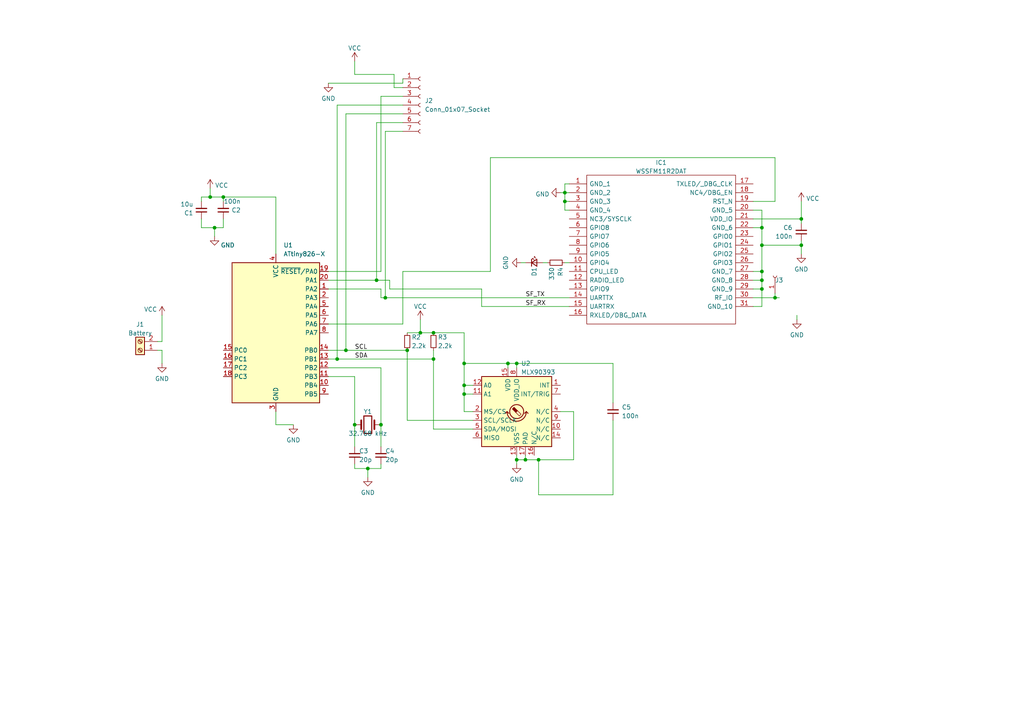
<source format=kicad_sch>
(kicad_sch (version 20230121) (generator eeschema)
  (paper "A4")
  (lib_symbols
    (symbol "Connector:Conn_01x01_Female" (pin_names (offset 1.016) hide)
      (property "Reference" "J" (at 0 2.54 0))
      (property "Value" "Conn_01x01_Female" (at 0 -2.54 0))
      (symbol "Conn_01x01_Female_1_1"
        (polyline (pts (xy -1.27 0) (xy -0.508 0)) (stroke (width 0.1524)))
        (arc (start 0 0.508) (mid -0.5058 0) (end 0 -0.508) (stroke (width 0.1524)))
        (pin passive line (at -5.08 0 0) (length 3.81) (name "Pin_1") (number "1"))
      )
    )
    (symbol "Connector:Conn_01x07_Socket" (pin_names (offset 1.016) hide)
      (property "Reference" "J" (at 0 10.16 0))
      (property "Value" "Conn_01x07_Socket" (at 0 -10.16 0))
      (symbol "Conn_01x07_Socket_1_1"
        (arc (start 0 -7.112) (mid -0.5058 -7.62) (end 0 -8.128) (stroke (width 0.1524)))
        (arc (start 0 -4.572) (mid -0.5058 -5.08) (end 0 -5.588) (stroke (width 0.1524)))
        (arc (start 0 -2.032) (mid -0.5058 -2.54) (end 0 -3.048) (stroke (width 0.1524)))
        (polyline (pts (xy -1.27 -7.62) (xy -0.508 -7.62)) (stroke (width 0.1524)))
        (polyline (pts (xy -1.27 -5.08) (xy -0.508 -5.08)) (stroke (width 0.1524)))
        (polyline (pts (xy -1.27 -2.54) (xy -0.508 -2.54)) (stroke (width 0.1524)))
        (polyline (pts (xy -1.27 0) (xy -0.508 0)) (stroke (width 0.1524)))
        (polyline (pts (xy -1.27 2.54) (xy -0.508 2.54)) (stroke (width 0.1524)))
        (polyline (pts (xy -1.27 5.08) (xy -0.508 5.08)) (stroke (width 0.1524)))
        (polyline (pts (xy -1.27 7.62) (xy -0.508 7.62)) (stroke (width 0.1524)))
        (arc (start 0 0.508) (mid -0.5058 0) (end 0 -0.508) (stroke (width 0.1524)))
        (arc (start 0 3.048) (mid -0.5058 2.54) (end 0 2.032) (stroke (width 0.1524)))
        (arc (start 0 5.588) (mid -0.5058 5.08) (end 0 4.572) (stroke (width 0.1524)))
        (arc (start 0 8.128) (mid -0.5058 7.62) (end 0 7.112) (stroke (width 0.1524)))
        (pin passive line (at -5.08 7.62 0) (length 3.81) (name "Pin_1") (number "1"))
        (pin passive line (at -5.08 5.08 0) (length 3.81) (name "Pin_2") (number "2"))
        (pin passive line (at -5.08 2.54 0) (length 3.81) (name "Pin_3") (number "3"))
        (pin passive line (at -5.08 0 0) (length 3.81) (name "Pin_4") (number "4"))
        (pin passive line (at -5.08 -2.54 0) (length 3.81) (name "Pin_5") (number "5"))
        (pin passive line (at -5.08 -5.08 0) (length 3.81) (name "Pin_6") (number "6"))
        (pin passive line (at -5.08 -7.62 0) (length 3.81) (name "Pin_7") (number "7"))
      )
    )
    (symbol "Connector:Screw_Terminal_01x02" (pin_names (offset 1.016) hide)
      (property "Reference" "J" (at 0 2.54 0))
      (property "Value" "Screw_Terminal_01x02" (at 0 -5.08 0))
      (symbol "Screw_Terminal_01x02_1_1"
        (rectangle (start -1.27 1.27) (end 1.27 -3.81) (stroke (width 0.254)) (fill (type background)))
        (circle (center 0 -2.54) (radius 0.635) (stroke (width 0.1524)))
        (polyline (pts (xy -0.5334 -2.2098) (xy 0.3302 -3.048)) (stroke (width 0.1524)))
        (polyline (pts (xy -0.5334 0.3302) (xy 0.3302 -0.508)) (stroke (width 0.1524)))
        (polyline (pts (xy -0.3556 -2.032) (xy 0.508 -2.8702)) (stroke (width 0.1524)))
        (polyline (pts (xy -0.3556 0.508) (xy 0.508 -0.3302)) (stroke (width 0.1524)))
        (circle (center 0 0) (radius 0.635) (stroke (width 0.1524)))
        (pin passive line (at -5.08 0 0) (length 3.81) (name "Pin_1") (number "1"))
        (pin passive line (at -5.08 -2.54 0) (length 3.81) (name "Pin_2") (number "2"))
      )
    )
    (symbol "Device:C_Small" (pin_numbers hide) (pin_names (offset 0.254) hide)
      (property "Reference" "C" (at 0.254 1.778 0))
      (property "Value" "C_Small" (at 0.254 -2.032 0))
      (symbol "C_Small_0_1"
        (polyline (pts (xy -1.524 -0.508) (xy 1.524 -0.508)) (stroke (width 0.3302)))
        (polyline (pts (xy -1.524 0.508) (xy 1.524 0.508)) (stroke (width 0.3048)))
      )
      (symbol "C_Small_1_1"
        (pin passive line (at 0 2.54 270) (length 2.032) (name "~") (number "1"))
        (pin passive line (at 0 -2.54 90) (length 2.032) (name "~") (number "2"))
      )
    )
    (symbol "Device:Crystal" (pin_numbers hide) (pin_names (offset 1.016) hide)
      (property "Reference" "Y" (at 0 3.81 0))
      (property "Value" "Crystal" (at 0 -3.81 0))
      (symbol "Crystal_0_1"
        (rectangle (start -1.143 2.54) (end 1.143 -2.54) (stroke (width 0.3048)))
        (polyline (pts (xy -2.54 0) (xy -1.905 0)))
        (polyline (pts (xy -1.905 -1.27) (xy -1.905 1.27)) (stroke (width 0.508)))
        (polyline (pts (xy 1.905 -1.27) (xy 1.905 1.27)) (stroke (width 0.508)))
        (polyline (pts (xy 2.54 0) (xy 1.905 0)))
      )
      (symbol "Crystal_1_1"
        (pin passive line (at -3.81 0 0) (length 1.27) (name "1") (number "1"))
        (pin passive line (at 3.81 0 180) (length 1.27) (name "2") (number "2"))
      )
    )
    (symbol "Device:LED_Small" (pin_numbers hide) (pin_names (offset 0.254) hide)
      (property "Reference" "D" (at -1.27 3.175 0))
      (property "Value" "LED_Small" (at -4.445 -2.54 0))
      (symbol "LED_Small_0_1"
        (polyline (pts (xy -0.762 -1.016) (xy -0.762 1.016)) (stroke (width 0.254)))
        (polyline (pts (xy 1.016 0) (xy -0.762 0)))
        (polyline (pts (xy 0.762 -1.016) (xy -0.762 0) (xy 0.762 1.016) (xy 0.762 -1.016)) (stroke (width 0.254)))
        (polyline (pts (xy 0 0.762) (xy -0.508 1.27) (xy -0.254 1.27) (xy -0.508 1.27) (xy -0.508 1.016)))
        (polyline (pts (xy 0.508 1.27) (xy 0 1.778) (xy 0.254 1.778) (xy 0 1.778) (xy 0 1.524)))
      )
      (symbol "LED_Small_1_1"
        (pin passive line (at -2.54 0 0) (length 1.778) (name "K") (number "1"))
        (pin passive line (at 2.54 0 180) (length 1.778) (name "A") (number "2"))
      )
    )
    (symbol "Device:R_Small" (pin_numbers hide) (pin_names (offset 0.254) hide)
      (property "Reference" "R" (at 0.762 0.508 0))
      (property "Value" "R_Small" (at 0.762 -1.016 0))
      (symbol "R_Small_0_1"
        (rectangle (start -0.762 1.778) (end 0.762 -1.778) (stroke (width 0.2032)))
      )
      (symbol "R_Small_1_1"
        (pin passive line (at 0 2.54 270) (length 0.762) (name "~") (number "1"))
        (pin passive line (at 0 -2.54 90) (length 0.762) (name "~") (number "2"))
      )
    )
    (symbol "MCU_Microchip_ATtiny:ATtiny826-M"
      (property "Reference" "U" (at -12.7 21.59 0))
      (property "Value" "ATtiny826-M" (at 2.54 -21.59 0))
      (symbol "ATtiny826-M_0_1"
        (rectangle (start -12.7 -20.32) (end 12.7 20.32) (stroke (width 0.254)) (fill (type background)))
      )
      (symbol "ATtiny826-M_1_1"
        (pin bidirectional line (at 15.24 12.7 180) (length 2.54) (name "PA2") (number "1"))
        (pin bidirectional line (at 15.24 -15.24 180) (length 2.54) (name "PB4") (number "10"))
        (pin bidirectional line (at 15.24 -12.7 180) (length 2.54) (name "PB3") (number "11"))
        (pin bidirectional line (at 15.24 -10.16 180) (length 2.54) (name "PB2") (number "12"))
        (pin bidirectional line (at 15.24 -7.62 180) (length 2.54) (name "PB1") (number "13"))
        (pin bidirectional line (at 15.24 -5.08 180) (length 2.54) (name "PB0") (number "14"))
        (pin bidirectional line (at -15.24 -5.08 0) (length 2.54) (name "PC0") (number "15"))
        (pin bidirectional line (at -15.24 -7.62 0) (length 2.54) (name "PC1") (number "16"))
        (pin bidirectional line (at -15.24 -10.16 0) (length 2.54) (name "PC2") (number "17"))
        (pin bidirectional line (at -15.24 -12.7 0) (length 2.54) (name "PC3") (number "18"))
        (pin bidirectional line (at 15.24 17.78 180) (length 2.54) (name "~{RESET}/PA0") (number "19"))
        (pin bidirectional line (at 15.24 10.16 180) (length 2.54) (name "PA3") (number "2"))
        (pin bidirectional line (at 15.24 15.24 180) (length 2.54) (name "PA1") (number "20"))
        (pin passive line (at 0 -22.86 90) (length 2.54) hide (name "GND") (number "21"))
        (pin power_in line (at 0 -22.86 90) (length 2.54) (name "GND") (number "3"))
        (pin power_in line (at 0 22.86 270) (length 2.54) (name "VCC") (number "4"))
        (pin bidirectional line (at 15.24 7.62 180) (length 2.54) (name "PA4") (number "5"))
        (pin bidirectional line (at 15.24 5.08 180) (length 2.54) (name "PA5") (number "6"))
        (pin bidirectional line (at 15.24 2.54 180) (length 2.54) (name "PA6") (number "7"))
        (pin bidirectional line (at 15.24 0 180) (length 2.54) (name "PA7") (number "8"))
        (pin bidirectional line (at 15.24 -17.78 180) (length 2.54) (name "PB5") (number "9"))
      )
    )
    (symbol "Sensor_Magnetic:MA730"
      (property "Reference" "U1" (at 2.0194 15.24 0))
      (property "Value" "MLX90393" (at 2.0194 12.7 0))
      (symbol "MA730_0_1"
        (rectangle (start -10.16 10.16) (end 10.16 -10.16) (stroke (width 0.254)) (fill (type background)))
        (arc (start -2.794 0) (mid 0 -2.7819) (end 2.794 0) (stroke (width 0.254)))
        (polyline (pts (xy -2.794 0) (xy -3.302 -0.508)) (stroke (width 0.254)))
        (polyline (pts (xy -2.794 0) (xy -2.286 -0.508)) (stroke (width 0.254)))
        (polyline (pts (xy 2.794 0) (xy 2.286 -0.508)) (stroke (width 0.254)))
        (polyline (pts (xy 2.794 0) (xy 3.302 -0.508)) (stroke (width 0.254)))
      )
      (symbol "MA730_1_1"
        (polyline (pts (xy 0.254 0.254) (xy 1.27 -0.762) (xy 0.762 -1.27) (xy -0.254 -0.254)))
        (polyline (pts (xy -0.762 1.27) (xy 0.254 0.254) (xy -0.254 -0.254) (xy -1.27 0.762) (xy -1.016 1.016) (xy -0.762 1.27) (xy -0.635 1.143)) (fill (type outline)))
        (circle (center 0 0) (radius 2.032) (stroke (width 0.254)))
        (pin output line (at 12.7 7.62 180) (length 2.54) (name "INT") (number "1"))
        (pin passive line (at 12.7 -5.08 180) (length 2.54) (name "N/C") (number "10"))
        (pin input line (at -12.7 5.08 0) (length 2.54) (name "A1") (number "11"))
        (pin input line (at -12.7 7.62 0) (length 2.54) (name "A0") (number "12"))
        (pin power_in line (at 0 -12.7 90) (length 2.54) (name "VSS") (number "13"))
        (pin passive line (at 12.7 -7.62 180) (length 2.54) (name "N/C") (number "14"))
        (pin power_in line (at -2.54 12.7 270) (length 2.54) (name "VDD") (number "15"))
        (pin passive line (at 5.08 -12.7 90) (length 2.54) (name "N/C") (number "16"))
        (pin passive line (at 2.54 -12.7 90) (length 2.54) (name "PAD") (number "17"))
        (pin input line (at -12.7 0 0) (length 2.54) (name "MS/CS") (number "2"))
        (pin input line (at -12.7 -2.54 0) (length 2.54) (name "SCL/SCLK") (number "3"))
        (pin passive line (at 12.7 0 180) (length 2.54) (name "N/C") (number "4"))
        (pin bidirectional line (at -12.7 -5.08 0) (length 2.54) (name "SDA/MOSI") (number "5"))
        (pin output line (at -12.7 -7.62 0) (length 2.54) (name "MISO") (number "6"))
        (pin bidirectional line (at 12.7 5.08 180) (length 2.54) (name "INT/TRIG") (number "7"))
        (pin power_in line (at 0 12.7 270) (length 2.54) (name "VDD_IO") (number "8"))
        (pin passive line (at 12.7 -2.54 180) (length 2.54) (name "N/C") (number "9"))
      )
    )
    (symbol "WSSFM11R2DAT:WSSFM11R2DAT" (pin_names (offset 0.762))
      (property "Reference" "IC" (at 49.53 7.62 0))
      (property "Value" "WSSFM11R2DAT" (at 49.53 5.08 0))
      (symbol "WSSFM11R2DAT_0_0"
        (pin passive line (at 0 0 0) (length 5.08) (name "GND_1") (number "1"))
        (pin passive line (at 0 -22.86 0) (length 5.08) (name "GPIO4") (number "10"))
        (pin passive line (at 0 -25.4 0) (length 5.08) (name "CPU_LED") (number "11"))
        (pin passive line (at 0 -27.94 0) (length 5.08) (name "RADIO_LED") (number "12"))
        (pin passive line (at 0 -30.48 0) (length 5.08) (name "GPIO9") (number "13"))
        (pin passive line (at 0 -33.02 0) (length 5.08) (name "UARTTX") (number "14"))
        (pin passive line (at 0 -35.56 0) (length 5.08) (name "UARTRX") (number "15"))
        (pin passive line (at 0 -38.1 0) (length 5.08) (name "RXLED/DBG_DATA") (number "16"))
        (pin passive line (at 53.34 0 180) (length 5.08) (name "TXLED/_DBG_CLK") (number "17"))
        (pin passive line (at 53.34 -2.54 180) (length 5.08) (name "NC4/DBG_EN") (number "18"))
        (pin passive line (at 53.34 -5.08 180) (length 5.08) (name "RST_N") (number "19"))
        (pin passive line (at 0 -2.54 0) (length 5.08) (name "GND_2") (number "2"))
        (pin passive line (at 53.34 -7.62 180) (length 5.08) (name "GND_5") (number "20"))
        (pin passive line (at 53.34 -10.16 180) (length 5.08) (name "VDD_IO") (number "21"))
        (pin passive line (at 53.34 -12.7 180) (length 5.08) (name "GND_6") (number "22"))
        (pin passive line (at 53.34 -15.24 180) (length 5.08) (name "GPIO0") (number "23"))
        (pin passive line (at 53.34 -17.78 180) (length 5.08) (name "GPIO1") (number "24"))
        (pin passive line (at 53.34 -20.32 180) (length 5.08) (name "GPIO2") (number "25"))
        (pin passive line (at 53.34 -22.86 180) (length 5.08) (name "GPIO3") (number "26"))
        (pin passive line (at 53.34 -25.4 180) (length 5.08) (name "GND_7") (number "27"))
        (pin passive line (at 53.34 -27.94 180) (length 5.08) (name "GND_8") (number "28"))
        (pin passive line (at 53.34 -30.48 180) (length 5.08) (name "GND_9") (number "29"))
        (pin passive line (at 0 -5.08 0) (length 5.08) (name "GND_3") (number "3"))
        (pin passive line (at 53.34 -33.02 180) (length 5.08) (name "RF_IO") (number "30"))
        (pin passive line (at 53.34 -35.56 180) (length 5.08) (name "GND_10") (number "31"))
        (pin passive line (at 0 -7.62 0) (length 5.08) (name "GND_4") (number "4"))
        (pin passive line (at 0 -10.16 0) (length 5.08) (name "NC3/SYSCLK") (number "5"))
        (pin passive line (at 0 -12.7 0) (length 5.08) (name "GPIO8") (number "6"))
        (pin passive line (at 0 -15.24 0) (length 5.08) (name "GPIO7") (number "7"))
        (pin passive line (at 0 -17.78 0) (length 5.08) (name "GPIO6") (number "8"))
        (pin passive line (at 0 -20.32 0) (length 5.08) (name "GPIO5") (number "9"))
      )
      (symbol "WSSFM11R2DAT_0_1"
        (polyline (pts (xy 5.08 2.54) (xy 48.26 2.54) (xy 48.26 -40.64) (xy 5.08 -40.64) (xy 5.08 2.54)) (stroke (width 0.1524)))
      )
    )
    (symbol "power:GND" (power) (pin_names (offset 0))
      (property "Value" "GND" (at 0 -3.81 0))
      (symbol "GND_0_1"
        (polyline (pts (xy 0 0) (xy 0 -1.27) (xy 1.27 -1.27) (xy 0 -2.54) (xy -1.27 -1.27) (xy 0 -1.27)))
      )
      (symbol "GND_1_1"
        (pin power_in line (at 0 0 270) (length 0) hide (name "GND") (number "1"))
      )
    )
    (symbol "power:VCC" (power) (pin_names (offset 0))
      (property "Value" "VCC" (at 0 3.81 0))
      (symbol "VCC_0_1"
        (polyline (pts (xy -0.762 1.27) (xy 0 2.54)))
        (polyline (pts (xy 0 0) (xy 0 2.54)))
        (polyline (pts (xy 0 2.54) (xy 0.762 1.27)))
      )
      (symbol "VCC_1_1"
        (pin power_in line (at 0 0 90) (length 0) hide (name "VCC") (number "1"))
      )
    )
  )
  (junction (at 110.49 123.19))
  (junction (at 125.73 96.52))
  (junction (at 64.77 57.15))
  (junction (at 149.86 105.41))
  (junction (at 220.98 78.74))
  (junction (at 60.96 57.15))
  (junction (at 134.62 111.76))
  (junction (at 109.22 81.28))
  (junction (at 147.32 105.41))
  (junction (at 163.83 58.42))
  (junction (at 121.92 96.52))
  (junction (at 220.98 66.04))
  (junction (at 224.79 86.36))
  (junction (at 100.33 101.6))
  (junction (at 111.76 86.36))
  (junction (at 102.87 123.19))
  (junction (at 156.21 133.35))
  (junction (at 125.73 104.14))
  (junction (at 163.83 55.88))
  (junction (at 220.98 71.12))
  (junction (at 232.41 71.12))
  (junction (at 134.62 114.3))
  (junction (at 62.23 66.04))
  (junction (at 134.62 105.41))
  (junction (at 97.79 104.14))
  (junction (at 118.11 101.6))
  (junction (at 106.68 135.89))
  (junction (at 149.86 133.35))
  (junction (at 232.41 63.5))
  (junction (at 152.4 133.35))
  (junction (at 220.98 83.82))
  (junction (at 220.98 81.28))
  (wire (pts (xy 116.84 78.74) (xy 142.24 78.74)))
  (wire (pts (xy 121.92 96.52) (xy 125.73 96.52)))
  (wire (pts (xy 111.76 38.1) (xy 111.76 86.36)))
  (wire (pts (xy 220.98 78.74) (xy 220.98 81.28)))
  (wire (pts (xy 46.99 91.44) (xy 46.99 99.06)))
  (wire (pts (xy 218.44 81.28) (xy 220.98 81.28)))
  (wire (pts (xy 165.1 88.9) (xy 139.7 88.9)))
  (wire (pts (xy 109.22 35.56) (xy 109.22 81.28)))
  (wire (pts (xy 95.25 83.82) (xy 110.49 83.82)))
  (wire (pts (xy 109.22 35.56) (xy 116.84 35.56)))
  (wire (pts (xy 121.92 92.71) (xy 121.92 96.52)))
  (wire (pts (xy 218.44 60.96) (xy 220.98 60.96)))
  (wire (pts (xy 60.96 57.15) (xy 58.42 57.15)))
  (wire (pts (xy 125.73 124.46) (xy 137.16 124.46)))
  (wire (pts (xy 220.98 60.96) (xy 220.98 66.04)))
  (wire (pts (xy 162.56 55.88) (xy 163.83 55.88)))
  (wire (pts (xy 106.68 135.89) (xy 106.68 138.43)))
  (wire (pts (xy 220.98 71.12) (xy 232.41 71.12)))
  (wire (pts (xy 80.01 57.15) (xy 64.77 57.15)))
  (wire (pts (xy 102.87 135.89) (xy 106.68 135.89)))
  (wire (pts (xy 220.98 88.9) (xy 220.98 83.82)))
  (wire (pts (xy 166.37 119.38) (xy 166.37 133.35)))
  (wire (pts (xy 142.24 45.72) (xy 224.79 45.72)))
  (wire (pts (xy 80.01 73.66) (xy 80.01 57.15)))
  (wire (pts (xy 45.72 101.6) (xy 46.99 101.6)))
  (wire (pts (xy 218.44 86.36) (xy 224.79 86.36)))
  (wire (pts (xy 151.13 76.2) (xy 152.4 76.2)))
  (wire (pts (xy 60.96 54.61) (xy 60.96 57.15)))
  (wire (pts (xy 116.84 24.13) (xy 116.84 22.86)))
  (wire (pts (xy 232.41 63.5) (xy 232.41 64.77)))
  (wire (pts (xy 177.8 116.84) (xy 177.8 105.41)))
  (wire (pts (xy 156.21 143.51) (xy 156.21 133.35)))
  (wire (pts (xy 102.87 123.19) (xy 102.87 109.22)))
  (wire (pts (xy 64.77 57.15) (xy 60.96 57.15)))
  (wire (pts (xy 134.62 105.41) (xy 134.62 96.52)))
  (wire (pts (xy 177.8 105.41) (xy 149.86 105.41)))
  (wire (pts (xy 137.16 119.38) (xy 134.62 119.38)))
  (wire (pts (xy 139.7 88.9) (xy 139.7 83.82)))
  (wire (pts (xy 97.79 30.48) (xy 116.84 30.48)))
  (wire (pts (xy 177.8 121.92) (xy 177.8 143.51)))
  (wire (pts (xy 116.84 93.98) (xy 116.84 78.74)))
  (wire (pts (xy 220.98 66.04) (xy 220.98 71.12)))
  (wire (pts (xy 163.83 58.42) (xy 165.1 58.42)))
  (wire (pts (xy 163.83 60.96) (xy 163.83 58.42)))
  (wire (pts (xy 113.03 83.82) (xy 139.7 83.82)))
  (wire (pts (xy 152.4 133.35) (xy 149.86 133.35)))
  (wire (pts (xy 147.32 105.41) (xy 149.86 105.41)))
  (wire (pts (xy 177.8 143.51) (xy 156.21 143.51)))
  (wire (pts (xy 163.83 55.88) (xy 165.1 55.88)))
  (wire (pts (xy 142.24 78.74) (xy 142.24 45.72)))
  (wire (pts (xy 152.4 132.08) (xy 152.4 133.35)))
  (wire (pts (xy 149.86 133.35) (xy 149.86 134.62)))
  (wire (pts (xy 95.25 81.28) (xy 109.22 81.28)))
  (wire (pts (xy 152.4 133.35) (xy 156.21 133.35)))
  (wire (pts (xy 111.76 86.36) (xy 165.1 86.36)))
  (wire (pts (xy 224.79 86.36) (xy 224.79 85.09)))
  (wire (pts (xy 110.49 27.94) (xy 110.49 78.74)))
  (wire (pts (xy 58.42 63.5) (xy 58.42 66.04)))
  (wire (pts (xy 100.33 33.02) (xy 116.84 33.02)))
  (wire (pts (xy 134.62 96.52) (xy 125.73 96.52)))
  (wire (pts (xy 220.98 66.04) (xy 218.44 66.04)))
  (wire (pts (xy 118.11 96.52) (xy 121.92 96.52)))
  (wire (pts (xy 95.25 24.13) (xy 116.84 24.13)))
  (wire (pts (xy 218.44 78.74) (xy 220.98 78.74)))
  (wire (pts (xy 232.41 71.12) (xy 232.41 73.66)))
  (wire (pts (xy 231.14 91.44) (xy 231.14 92.71)))
  (wire (pts (xy 134.62 119.38) (xy 134.62 114.3)))
  (wire (pts (xy 46.99 99.06) (xy 45.72 99.06)))
  (wire (pts (xy 95.25 93.98) (xy 116.84 93.98)))
  (wire (pts (xy 110.49 86.36) (xy 111.76 86.36)))
  (wire (pts (xy 106.68 135.89) (xy 110.49 135.89)))
  (wire (pts (xy 220.98 71.12) (xy 220.98 78.74)))
  (wire (pts (xy 165.1 60.96) (xy 163.83 60.96)))
  (wire (pts (xy 110.49 27.94) (xy 116.84 27.94)))
  (wire (pts (xy 147.32 106.68) (xy 147.32 105.41)))
  (wire (pts (xy 46.99 101.6) (xy 46.99 105.41)))
  (wire (pts (xy 97.79 30.48) (xy 97.79 104.14)))
  (wire (pts (xy 218.44 58.42) (xy 224.79 58.42)))
  (wire (pts (xy 118.11 121.92) (xy 137.16 121.92)))
  (wire (pts (xy 100.33 101.6) (xy 118.11 101.6)))
  (wire (pts (xy 163.83 58.42) (xy 163.83 55.88)))
  (wire (pts (xy 157.48 76.2) (xy 158.75 76.2)))
  (wire (pts (xy 110.49 123.19) (xy 110.49 129.54)))
  (wire (pts (xy 163.83 76.2) (xy 165.1 76.2)))
  (wire (pts (xy 166.37 133.35) (xy 156.21 133.35)))
  (wire (pts (xy 125.73 104.14) (xy 125.73 101.6)))
  (wire (pts (xy 125.73 104.14) (xy 125.73 124.46)))
  (wire (pts (xy 220.98 83.82) (xy 218.44 83.82)))
  (wire (pts (xy 95.25 101.6) (xy 100.33 101.6)))
  (wire (pts (xy 163.83 55.88) (xy 163.83 53.34)))
  (wire (pts (xy 114.3 25.4) (xy 116.84 25.4)))
  (wire (pts (xy 163.83 53.34) (xy 165.1 53.34)))
  (wire (pts (xy 220.98 81.28) (xy 220.98 83.82)))
  (wire (pts (xy 102.87 21.59) (xy 114.3 21.59)))
  (wire (pts (xy 149.86 105.41) (xy 149.86 106.68)))
  (wire (pts (xy 102.87 123.19) (xy 102.87 129.54)))
  (wire (pts (xy 134.62 111.76) (xy 137.16 111.76)))
  (wire (pts (xy 95.25 104.14) (xy 97.79 104.14)))
  (wire (pts (xy 102.87 109.22) (xy 95.25 109.22)))
  (wire (pts (xy 110.49 123.19) (xy 110.49 106.68)))
  (wire (pts (xy 64.77 58.42) (xy 64.77 57.15)))
  (wire (pts (xy 110.49 106.68) (xy 95.25 106.68)))
  (wire (pts (xy 218.44 63.5) (xy 232.41 63.5)))
  (wire (pts (xy 62.23 66.04) (xy 64.77 66.04)))
  (wire (pts (xy 109.22 81.28) (xy 113.03 81.28)))
  (wire (pts (xy 64.77 66.04) (xy 64.77 63.5)))
  (wire (pts (xy 97.79 104.14) (xy 125.73 104.14)))
  (wire (pts (xy 102.87 134.62) (xy 102.87 135.89)))
  (wire (pts (xy 110.49 135.89) (xy 110.49 134.62)))
  (wire (pts (xy 80.01 123.19) (xy 85.09 123.19)))
  (wire (pts (xy 102.87 17.78) (xy 102.87 21.59)))
  (wire (pts (xy 224.79 45.72) (xy 224.79 58.42)))
  (wire (pts (xy 80.01 123.19) (xy 80.01 119.38)))
  (wire (pts (xy 118.11 101.6) (xy 118.11 121.92)))
  (wire (pts (xy 111.76 38.1) (xy 116.84 38.1)))
  (wire (pts (xy 58.42 57.15) (xy 58.42 58.42)))
  (wire (pts (xy 232.41 69.85) (xy 232.41 71.12)))
  (wire (pts (xy 134.62 114.3) (xy 134.62 111.76)))
  (wire (pts (xy 226.06 86.36) (xy 224.79 86.36)))
  (wire (pts (xy 58.42 66.04) (xy 62.23 66.04)))
  (wire (pts (xy 113.03 81.28) (xy 113.03 83.82)))
  (wire (pts (xy 232.41 58.42) (xy 232.41 63.5)))
  (wire (pts (xy 110.49 83.82) (xy 110.49 86.36)))
  (wire (pts (xy 162.56 119.38) (xy 166.37 119.38)))
  (wire (pts (xy 134.62 111.76) (xy 134.62 105.41)))
  (wire (pts (xy 62.23 66.04) (xy 62.23 68.58)))
  (wire (pts (xy 134.62 114.3) (xy 137.16 114.3)))
  (wire (pts (xy 100.33 33.02) (xy 100.33 101.6)))
  (wire (pts (xy 114.3 21.59) (xy 114.3 25.4)))
  (wire (pts (xy 218.44 88.9) (xy 220.98 88.9)))
  (wire (pts (xy 149.86 132.08) (xy 149.86 133.35)))
  (wire (pts (xy 134.62 105.41) (xy 147.32 105.41)))
  (wire (pts (xy 95.25 78.74) (xy 110.49 78.74)))
  (label "SCL" (at 102.87 101.6 0))
  (label "SF_RX" (at 152.4 88.9 0))
  (label "SDA" (at 102.87 104.14 0))
  (label "SF_TX" (at 152.4 86.36 0))
  (symbol (lib_id "WSSFM11R2DAT:WSSFM11R2DAT") (at 165.1 53.34 0) (unit 1)
    (property "Reference" "IC1" (at 191.77 47.151 0))
    (property "Value" "WSSFM11R2DAT" (at 191.77 49.6879 0))
    (property "Footprint" "WSSFM11R2DAT:WSSFM11R2DAT" (effects hide))
    (property "Description" "SIGFOX DUAL MODE MODULE RC2 + RCZ4 EXCLU" (effects hide))
    (property "Height" "2.21" (effects hide))
    (property "Manufacturer_Name" "Wisol" (effects hide))
    (property "Manufacturer_Part_Number" "WSSFM11R2DAT" (effects hide))
  )
  (symbol (lib_id "power:VCC") (at 232.41 58.42 0) (unit 1)
    (property "Reference" "#PWR016" (effects hide))
    (property "Value" "VCC" (at 233.807 57.5838 0) (effects (justify left)))
  )
  (symbol (lib_id "MCU_Microchip_ATtiny:ATtiny826-M") (at 80.01 96.52 0) (unit 1)
    (property "Reference" "U1" (at 82.2041 71.12 0) (effects (justify left)))
    (property "Value" "ATtiny826-X" (at 82.2041 73.66 0) (effects (justify left)))
    (property "Footprint" "Package_DFN_QFN:VQFN-20-1EP_3x3mm_P0.4mm_EP1.7x1.7mm" (effects hide))
    (property "Datasheet" "https://ww1.microchip.com/downloads/en/DeviceDoc/ATtiny424-426-427-824-826-827-DataSheet-DS40002311A.pdf" (effects hide))
  )
  (symbol (lib_id "power:GND") (at 162.56 55.88 270) (unit 1)
    (property "Reference" "#PWR012" (effects hide))
    (property "Value" "GND" (at 159.3851 56.3138 90) (effects (justify right)))
  )
  (symbol (lib_id "Device:R_Small") (at 125.73 99.06 180) (unit 1)
    (property "Reference" "R3" (at 127 97.79 0) (effects (justify right)))
    (property "Value" "2.2k" (at 127 100.33 0) (effects (justify right)))
    (property "Footprint" "Resistor_SMD:R_0805_2012Metric_Pad1.20x1.40mm_HandSolder" (effects hide))
  )
  (symbol (lib_id "power:VCC") (at 60.96 54.61 0) (unit 1)
    (property "Reference" "#PWR03" (effects hide))
    (property "Value" "VCC" (at 62.357 53.7738 0) (effects (justify left)))
  )
  (symbol (lib_id "power:GND") (at 85.09 123.19 0) (unit 1)
    (property "Reference" "#PWR05" (effects hide))
    (property "Value" "GND" (at 85.09 127.6334 0))
  )
  (symbol (lib_id "Device:C_Small") (at 58.42 60.96 180) (unit 1)
    (property "Reference" "C1" (at 56.0959 61.7884 0) (effects (justify left)))
    (property "Value" "10u" (at 56.0959 59.2515 0) (effects (justify left)))
    (property "Footprint" "Capacitor_SMD:C_0805_2012Metric_Pad1.18x1.45mm_HandSolder" (effects hide))
  )
  (symbol (lib_id "power:GND") (at 106.68 138.43 0) (unit 1)
    (property "Reference" "#PWR08" (effects hide))
    (property "Value" "GND" (at 106.68 142.8734 0))
  )
  (symbol (lib_id "power:GND") (at 62.23 68.58 0) (unit 1)
    (property "Reference" "#PWR04" (effects hide))
    (property "Value" "GND" (at 66.04 71.12 0))
  )
  (symbol (lib_id "Connector:Screw_Terminal_01x02") (at 40.64 101.6 180) (unit 1)
    (property "Reference" "J1" (at 40.64 94.0902 0))
    (property "Value" "Battery" (at 40.64 96.6271 0))
    (property "Footprint" "Battery:BatteryHolder_Keystone_2468_2xAAA" (effects hide))
  )
  (symbol (lib_id "Device:C_Small") (at 232.41 67.31 0) (mirror x) (unit 1)
    (property "Reference" "C6" (at 229.87 66.0335 0) (effects (justify right)))
    (property "Value" "100n" (at 229.87 68.5735 0) (effects (justify right)))
    (property "Footprint" "Capacitor_SMD:C_0805_2012Metric_Pad1.18x1.45mm_HandSolder" (effects hide))
  )
  (symbol (lib_id "power:GND") (at 95.25 24.13 0) (unit 1)
    (property "Reference" "#PWR06" (effects hide))
    (property "Value" "GND" (at 95.25 28.5734 0))
  )
  (symbol (lib_id "Device:R_Small") (at 161.29 76.2 270) (unit 1)
    (property "Reference" "R4" (at 162.56 77.47 0) (effects (justify left)))
    (property "Value" "330" (at 160.02 77.47 0) (effects (justify left)))
    (property "Footprint" "Resistor_SMD:R_0805_2012Metric_Pad1.20x1.40mm_HandSolder" (effects hide))
  )
  (symbol (lib_id "power:VCC") (at 46.99 91.44 0) (unit 1)
    (property "Reference" "#PWR01" (effects hide))
    (property "Value" "VCC" (at 45.593 89.7362 0) (effects (justify right)))
  )
  (symbol (lib_id "Connector:Conn_01x01_Female") (at 224.79 80.01 90) (unit 1)
    (property "Reference" "J3" (at 224.79 81.28 90) (effects (justify right)))
    (property "Value" "Conn_01x01_Female" (effects hide))
    (property "Footprint" "Connector_Pin:Pin_D0.9mm_L10.0mm_W2.4mm_FlatFork" (effects hide))
  )
  (symbol (lib_id "power:GND") (at 46.99 105.41 0) (unit 1)
    (property "Reference" "#PWR02" (effects hide))
    (property "Value" "GND" (at 46.99 109.8534 0))
  )
  (symbol (lib_id "Sensor_Magnetic:MA730") (at 149.86 119.38 0) (unit 1)
    (property "Reference" "U2" (at 151.13 105.41 0) (effects (justify left)))
    (property "Value" "MLX90393" (at 151.13 107.95 0) (effects (justify left)))
    (property "Footprint" "Package_DFN_QFN:QFN-16-1EP_3x3mm_P0.5mm_EP1.7x1.7mm" (effects hide))
    (property "Datasheet" "https://www.monolithicpower.com/pub/media/document/m/a/ma730_r1.01.pdf" (effects hide))
  )
  (symbol (lib_id "power:GND") (at 149.86 134.62 0) (unit 1)
    (property "Reference" "#PWR010" (effects hide))
    (property "Value" "GND" (at 149.86 139.0634 0))
  )
  (symbol (lib_id "Device:LED_Small") (at 154.94 76.2 0) (unit 1)
    (property "Reference" "D1" (at 154.94 77.47 90) (effects (justify right)))
    (property "Value" "LED_Small" (effects hide))
    (property "Footprint" "LED_SMD:LED_0603_1608Metric_Pad1.05x0.95mm_HandSolder" (effects hide))
  )
  (symbol (lib_id "power:GND") (at 231.14 92.71 0) (unit 1)
    (property "Reference" "#PWR014" (effects hide))
    (property "Value" "GND" (at 231.14 97.1534 0))
  )
  (symbol (lib_id "power:VCC") (at 102.87 17.78 0) (unit 1)
    (property "Reference" "#PWR07" (effects hide))
    (property "Value" "VCC" (at 102.87 13.97 0))
  )
  (symbol (lib_id "power:GND") (at 232.41 73.66 0) (mirror y) (unit 1)
    (property "Reference" "#PWR015" (effects hide))
    (property "Value" "GND" (at 232.41 78.1034 0))
  )
  (symbol (lib_id "Connector:Conn_01x07_Socket") (at 121.92 30.48 0) (unit 1)
    (property "Reference" "J2" (at 123.19 29.21 0) (effects (justify left)))
    (property "Value" "Conn_01x07_Socket" (at 123.19 31.75 0) (effects (justify left)))
    (property "Footprint" "Connector_PinHeader_2.54mm:PinHeader_1x07_P2.54mm_Vertical" (effects hide))
  )
  (symbol (lib_id "Device:C_Small") (at 177.8 119.38 180) (unit 1)
    (property "Reference" "C5" (at 180.34 118.1036 0) (effects (justify right)))
    (property "Value" "100n" (at 180.34 120.6436 0) (effects (justify right)))
    (property "Footprint" "Capacitor_SMD:C_0805_2012Metric_Pad1.18x1.45mm_HandSolder" (effects hide))
  )
  (symbol (lib_id "power:GND") (at 151.13 76.2 270) (unit 1)
    (property "Reference" "#PWR011" (effects hide))
    (property "Value" "GND" (at 146.6866 76.2 0))
  )
  (symbol (lib_id "Device:Crystal") (at 106.68 123.19 0) (unit 1)
    (property "Reference" "Y1" (at 106.68 119.38 0))
    (property "Value" "32.768 kHz" (at 106.68 125.73 0))
    (property "Footprint" "Crystal:Crystal_C26-LF_D2.1mm_L6.5mm_Vertical" (effects hide))
  )
  (symbol (lib_id "power:VCC") (at 121.92 92.71 0) (unit 1)
    (property "Reference" "#PWR09" (effects hide))
    (property "Value" "VCC" (at 121.92 88.9 0))
  )
  (symbol (lib_id "Device:C_Small") (at 102.87 132.08 180) (unit 1)
    (property "Reference" "C3" (at 104.14 130.81 0) (effects (justify right)))
    (property "Value" "20p" (at 104.14 133.35 0) (effects (justify right)))
    (property "Footprint" "Capacitor_SMD:C_0805_2012Metric_Pad1.18x1.45mm_HandSolder" (effects hide))
  )
  (symbol (lib_id "Device:R_Small") (at 118.11 99.06 180) (unit 1)
    (property "Reference" "R2" (at 119.38 97.79 0) (effects (justify right)))
    (property "Value" "2.2k" (at 119.38 100.33 0) (effects (justify right)))
    (property "Footprint" "Resistor_SMD:R_0805_2012Metric_Pad1.20x1.40mm_HandSolder" (effects hide))
  )
  (symbol (lib_id "Device:C_Small") (at 110.49 132.08 180) (unit 1)
    (property "Reference" "C4" (at 111.76 130.81 0) (effects (justify right)))
    (property "Value" "20p" (at 111.76 133.35 0) (effects (justify right)))
    (property "Footprint" "Capacitor_SMD:C_0805_2012Metric_Pad1.18x1.45mm_HandSolder" (effects hide))
  )
  (symbol (lib_id "Device:C_Small") (at 64.77 60.96 180) (unit 1)
    (property "Reference" "C2" (at 69.85 60.96 0) (effects (justify left)))
    (property "Value" "100n" (at 69.85 58.42 0) (effects (justify left)))
    (property "Footprint" "Capacitor_SMD:C_0805_2012Metric_Pad1.18x1.45mm_HandSolder" (effects hide))
  )
)
</source>
